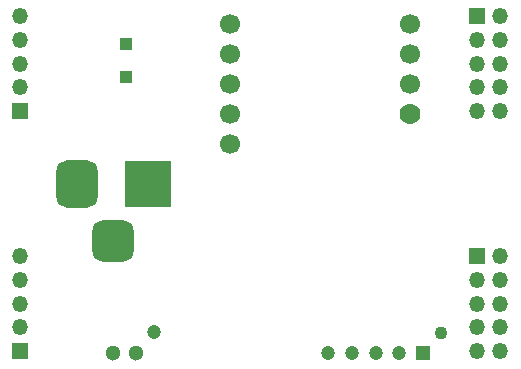
<source format=gbr>
%TF.GenerationSoftware,KiCad,Pcbnew,(6.0.0)*%
%TF.CreationDate,2022-11-08T21:37:46+09:00*%
%TF.ProjectId,LED_MATRIX_ATOM_UNIT,4c45445f-4d41-4545-9249-585f41544f4d,rev?*%
%TF.SameCoordinates,Original*%
%TF.FileFunction,Soldermask,Top*%
%TF.FilePolarity,Negative*%
%FSLAX46Y46*%
G04 Gerber Fmt 4.6, Leading zero omitted, Abs format (unit mm)*
G04 Created by KiCad (PCBNEW (6.0.0)) date 2022-11-08 21:37:46*
%MOMM*%
%LPD*%
G01*
G04 APERTURE LIST*
G04 Aperture macros list*
%AMRoundRect*
0 Rectangle with rounded corners*
0 $1 Rounding radius*
0 $2 $3 $4 $5 $6 $7 $8 $9 X,Y pos of 4 corners*
0 Add a 4 corners polygon primitive as box body*
4,1,4,$2,$3,$4,$5,$6,$7,$8,$9,$2,$3,0*
0 Add four circle primitives for the rounded corners*
1,1,$1+$1,$2,$3*
1,1,$1+$1,$4,$5*
1,1,$1+$1,$6,$7*
1,1,$1+$1,$8,$9*
0 Add four rect primitives between the rounded corners*
20,1,$1+$1,$2,$3,$4,$5,0*
20,1,$1+$1,$4,$5,$6,$7,0*
20,1,$1+$1,$6,$7,$8,$9,0*
20,1,$1+$1,$8,$9,$2,$3,0*%
G04 Aperture macros list end*
%ADD10C,1.200000*%
%ADD11C,1.300000*%
%ADD12R,4.000000X4.000000*%
%ADD13RoundRect,0.875000X0.875000X1.125000X-0.875000X1.125000X-0.875000X-1.125000X0.875000X-1.125000X0*%
%ADD14RoundRect,0.875000X0.875000X0.875000X-0.875000X0.875000X-0.875000X-0.875000X0.875000X-0.875000X0*%
%ADD15C,1.100000*%
%ADD16R,1.200000X1.200000*%
%ADD17R,1.100000X1.100000*%
%ADD18C,1.776200*%
%ADD19C,1.700000*%
%ADD20R,1.350000X1.350000*%
%ADD21O,1.350000X1.350000*%
G04 APERTURE END LIST*
D10*
%TO.C,J7*%
X93750000Y-115050000D03*
D11*
X92250000Y-116750000D03*
X90250000Y-116750000D03*
%TD*%
D12*
%TO.C,J5*%
X93250000Y-102450000D03*
D13*
X87250000Y-102450000D03*
D14*
X90300000Y-107350000D03*
%TD*%
D15*
%TO.C,J6*%
X118025000Y-115075000D03*
D16*
X116525000Y-116775000D03*
D10*
X114525000Y-116775000D03*
X112525000Y-116775000D03*
X110525000Y-116775000D03*
X108525000Y-116775000D03*
%TD*%
D17*
%TO.C,D1*%
X91400000Y-90600000D03*
X91400000Y-93400000D03*
%TD*%
D18*
%TO.C,U1*%
X115469700Y-96523500D03*
D19*
X115469700Y-93983500D03*
X115469700Y-91443500D03*
X115469700Y-88903500D03*
X100229700Y-88903500D03*
X100229700Y-91443500D03*
X100229700Y-93983500D03*
X100229700Y-96523500D03*
X100229700Y-99063500D03*
%TD*%
D20*
%TO.C,J4*%
X82450000Y-96290000D03*
D21*
X82450000Y-94290000D03*
X82450000Y-92290000D03*
X82450000Y-90290000D03*
X82450000Y-88290000D03*
%TD*%
D20*
%TO.C,J1*%
X121090000Y-88290000D03*
D21*
X123090000Y-88290000D03*
X121090000Y-90290000D03*
X123090000Y-90290000D03*
X121090000Y-92290000D03*
X123090000Y-92290000D03*
X121090000Y-94290000D03*
X123090000Y-94290000D03*
X121090000Y-96290000D03*
X123090000Y-96290000D03*
%TD*%
D20*
%TO.C,J2*%
X82450000Y-116610000D03*
D21*
X82450000Y-114610000D03*
X82450000Y-112610000D03*
X82450000Y-110610000D03*
X82450000Y-108610000D03*
%TD*%
D20*
%TO.C,J3*%
X121090000Y-108610000D03*
D21*
X123090000Y-108610000D03*
X121090000Y-110610000D03*
X123090000Y-110610000D03*
X121090000Y-112610000D03*
X123090000Y-112610000D03*
X121090000Y-114610000D03*
X123090000Y-114610000D03*
X121090000Y-116610000D03*
X123090000Y-116610000D03*
%TD*%
M02*

</source>
